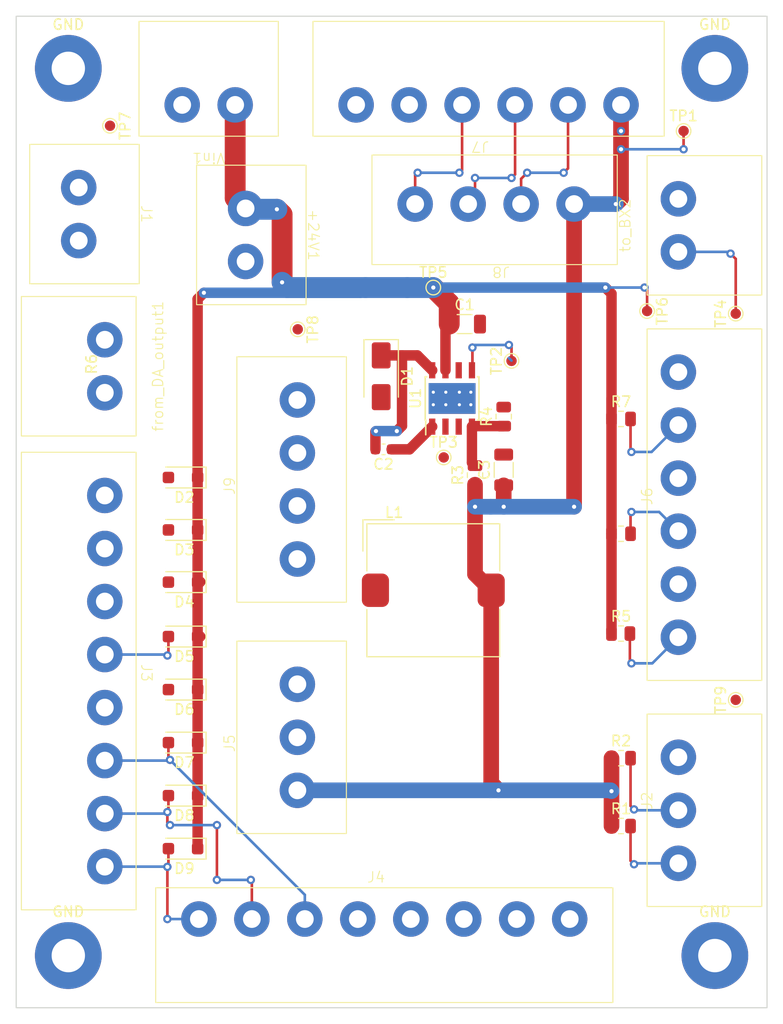
<source format=kicad_pcb>
(kicad_pcb (version 20221018) (generator pcbnew)
  (layers (0 "F.Cu" signal) (31 "B.Cu" signal) (34 "B.Paste" user) (35 "F.Paste" user) (36 "B.SilkS" user "B.Silkscreen") (37 "F.SilkS" user "F.Silkscreen") (38 "B.Mask" user) (39 "F.Mask" user) (44 "Edge.Cuts" user))
  (net 0 "")
  (net 1 "+24V")
  (net 2 "GND")
  (net 3 "Net-(U1-BOOT)")
  (net 4 "Net-(D1-K)")
  (net 5 "+5V")
  (net 6 "Net-(D2-A)")
  (net 7 "Net-(D3-A)")
  (net 8 "Net-(D4-A)")
  (net 9 "Net-(D5-A)")
  (net 10 "Net-(D6-A)")
  (net 11 "Net-(D7-A)")
  (net 12 "Net-(D8-A)")
  (net 13 "Net-(from_DA_output1-Pin_1)")
  (net 14 "Net-(from_DA_output1-Pin_2)")
  (net 15 "Net-(J2-Pin_1)")
  (net 16 "Net-(J2-Pin_2)")
  (net 17 "Net-(J6-Pin_1)")
  (net 18 "Net-(J6-Pin_3)")
  (net 19 "Net-(J6-Pin_5)")
  (net 20 "Net-(J7-Pin_2)")
  (net 21 "Net-(J7-Pin_3)")
  (net 22 "Net-(J7-Pin_4)")
  (net 23 "Earth")
  (net 24 "Net-(U1-VSENSE)")
  (net 25 "Net-(U1-EN)")
  (net 28 "Net-(D9-A)")
  (footprint "Resistor_SMD:R_0805_2012Metric" (layer "F.Cu") (at 108 127.5875)
    (fp_text reference "R1" (at 0 -1.65) (layer "F.SilkS"))
    (fp_text value "470")
    (fp_line (start -0.227064 -0.735) (end 0.227064 -0.735) (stroke (width 0.12)) (layer "F.SilkS"))
    (fp_line (start -0.227064 0.735) (end 0.227064 0.735) (stroke (width 0.12)) (layer "F.SilkS"))
    (pad "1" smd roundrect (at -0.9125 0) (size 1.025 1.4) (layers "F.Cu" "F.Paste" "F.Mask") (roundrect_rratio 0.243902) (net 5 "+5V"))
    (pad "2" smd roundrect (at 0.9125 0) (size 1.025 1.4) (layers "F.Cu" "F.Paste" "F.Mask") (roundrect_rratio 0.243902) (net 15 "Net-(J2-Pin_1)"))
  )
  (footprint "00_RSPro:conn_8971238_2V" (layer "F.Cu") (at 56 66.42 -90)
    (fp_text reference "J1" (at 2.54 -6.5 -90 unlocked) (layer "F.SilkS") (effects (font (thickness 0.1))))
    (fp_text value "GND")
    (fp_rect (start -4.14 -5.8) (end 9.22 4.7) (stroke (width 0.1)) (fill none) (layer "F.SilkS"))
    (pad "1" thru_hole circle (at 0 0 270) (size 3.4 3.4) (drill 1.7) (layers "*.Cu" "*.Mask") (net 2 "GND"))
    (pad "2" thru_hole circle (at 5.08 0 270) (size 3.4 3.4) (drill 1.7) (layers "*.Cu" "*.Mask") (net 2 "GND"))
  )
  (footprint "Diode_SMD:D_SMA" (layer "F.Cu") (at 85 84.5 -90)
    (fp_text reference "D1" (at 0 -2.5 90) (layer "F.SilkS"))
    (fp_text value "B340")
    (fp_line (start -3.51 -1.65) (end -3.51 1.65) (stroke (width 0.12)) (layer "F.SilkS"))
    (fp_line (start -3.51 -1.65) (end 2 -1.65) (stroke (width 0.12)) (layer "F.SilkS"))
    (fp_line (start -3.51 1.65) (end 2 1.65) (stroke (width 0.12)) (layer "F.SilkS"))
    (pad "1" smd roundrect (at -2 0 270) (size 2.5 1.8) (layers "F.Cu" "F.Paste" "F.Mask") (roundrect_rratio 0.1388888889) (net 4 "Net-(D1-K)"))
    (pad "2" smd roundrect (at 2 0 270) (size 2.5 1.8) (layers "F.Cu" "F.Paste" "F.Mask") (roundrect_rratio 0.1388888889) (net 2 "GND"))
  )
  (footprint "TestPoint:TestPoint_Pad_D1.0mm" (layer "F.Cu") (at 119 115.5 90)
    (fp_text reference "TP9" (at 0 -1.448 90) (layer "F.SilkS"))
    (fp_text value "GND")
    (fp_circle (center 0 0) (end 0 0.7) (stroke (width 0.12)) (fill none) (layer "F.SilkS"))
    (pad "1" smd circle (at 0 0 90) (size 1 1) (layers "F.Cu" "F.Mask") (net 2 "GND"))
  )
  (footprint "TestPoint:TestPoint_Pad_D1.0mm" (layer "F.Cu") (at 77 80 -90)
    (fp_text reference "TP8" (at 0 -1.448 90) (layer "F.SilkS"))
    (fp_text value "GND")
    (fp_circle (center 0 0) (end 0 0.7) (stroke (width 0.12)) (fill none) (layer "F.SilkS"))
    (pad "1" smd circle (at 0 0 270) (size 1 1) (layers "F.Cu" "F.Mask") (net 2 "GND"))
  )
  (footprint "MountingHole:MountingHole_3.2mm_M3_Pad" (layer "F.Cu") (at 55 55)
    (fp_text reference "GND" (at 0 -4.2) (layer "F.SilkS"))
    (fp_text value "GND")
    (pad "1" thru_hole circle (at 0 0) (size 6.4 6.4) (drill 3.2) (layers "*.Cu" "*.Mask"))
  )
  (footprint "Diode_SMD:D_SOD-123F" (layer "F.Cu") (at 66 124.676 180)
    (fp_text reference "D8" (at -0.127 -1.905) (layer "F.SilkS"))
    (fp_text value "D")
    (fp_line (start -2.21 -1) (end -2.21 1) (stroke (width 0.12)) (layer "F.SilkS"))
    (fp_line (start -2.21 -1) (end 1.65 -1) (stroke (width 0.12)) (layer "F.SilkS"))
    (fp_line (start -2.21 1) (end 1.65 1) (stroke (width 0.12)) (layer "F.SilkS"))
    (pad "1" smd roundrect (at -1.4 0 180) (size 1.1 1.1) (layers "F.Cu" "F.Paste" "F.Mask") (roundrect_rratio 0.2272727273) (net 1 "+24V"))
    (pad "2" smd roundrect (at 1.4 0 180) (size 1.1 1.1) (layers "F.Cu" "F.Paste" "F.Mask") (roundrect_rratio 0.2272727273) (net 12 "Net-(D8-A)"))
  )
  (footprint "00_RSPro:conn_8971240_4V" (layer "F.Cu") (at 76.966 102.008 90)
    (fp_text reference "J9" (at 7 -6.5 90 unlocked) (layer "F.SilkS") (effects (font (thickness 0.1))))
    (fp_text value "From FIT DO")
    (fp_rect (start -4.14 -5.8) (end 19.38 4.7) (stroke (width 0.1)) (fill none) (layer "F.SilkS"))
    (pad "1" thru_hole circle (at 0 0 90) (size 3.4 3.4) (drill 1.7) (layers "*.Cu" "*.Mask") (net 17 "Net-(J6-Pin_1)"))
    (pad "2" thru_hole circle (at 5.08 0 90) (size 3.4 3.4) (drill 1.7) (layers "*.Cu" "*.Mask") (net 18 "Net-(J6-Pin_3)"))
    (pad "3" thru_hole circle (at 10.16 0 90) (size 3.4 3.4) (drill 1.7) (layers "*.Cu" "*.Mask") (net 19 "Net-(J6-Pin_5)"))
    (pad "4" thru_hole circle (at 15.24 0 90) (size 3.4 3.4) (drill 1.7) (layers "*.Cu" "*.Mask") (net 2 "GND"))
  )
  (footprint "00_RSPro:conn_8971238_2V" (layer "F.Cu") (at 72 68.42 -90)
    (fp_text reference "+24V1" (at 2.54 -6.5 -90 unlocked) (layer "F.SilkS") (effects (font (thickness 0.1))))
    (fp_text value "To MX2 Vin CN1")
    (fp_rect (start -4.14 -5.8) (end 9.22 4.7) (stroke (width 0.1)) (fill none) (layer "F.SilkS"))
    (pad "1" thru_hole circle (at 0 0 270) (size 3.4 3.4) (drill 1.7) (layers "*.Cu" "*.Mask") (net 1 "+24V"))
    (pad "2" thru_hole circle (at 5.08 0 270) (size 3.4 3.4) (drill 1.7) (layers "*.Cu" "*.Mask") (net 2 "GND"))
  )
  (footprint "Resistor_SMD:R_0805_2012Metric" (layer "F.Cu") (at 96.75 88.3625 90)
    (fp_text reference "R4" (at 0 -1.65 90) (layer "F.SilkS"))
    (fp_text value "3.9k")
    (fp_line (start -0.227064 -0.735) (end 0.227064 -0.735) (stroke (width 0.12)) (layer "F.SilkS"))
    (fp_line (start -0.227064 0.735) (end 0.227064 0.735) (stroke (width 0.12)) (layer "F.SilkS"))
    (pad "1" smd roundrect (at -0.9125 0 90) (size 1.025 1.4) (layers "F.Cu" "F.Paste" "F.Mask") (roundrect_rratio 0.243902) (net 24 "Net-(U1-VSENSE)"))
    (pad "2" smd roundrect (at 0.9125 0 90) (size 1.025 1.4) (layers "F.Cu" "F.Paste" "F.Mask") (roundrect_rratio 0.243902) (net 2 "GND"))
  )
  (footprint "Inductor_SMD:L_TDK_SLF12575" (layer "F.Cu") (at 90 105)
    (fp_text reference "L1" (at -3.75 -7.45) (layer "F.SilkS"))
    (fp_text value "33uH")
    (fp_line (start -6.75 -6.75) (end -3.75 -6.75) (stroke (width 0.12)) (layer "F.SilkS"))
    (fp_line (start -6.75 -3.75) (end -6.75 -6.75) (stroke (width 0.12)) (layer "F.SilkS"))
    (fp_line (start -6.37 -6.37) (end -6.37 -1.85) (stroke (width 0.12)) (layer "F.SilkS"))
    (fp_line (start -6.37 -6.37) (end 6.37 -6.37) (stroke (width 0.12)) (layer "F.SilkS"))
    (fp_line (start -6.37 1.85) (end -6.37 6.37) (stroke (width 0.12)) (layer "F.SilkS"))
    (fp_line (start -6.37 6.37) (end 6.37 6.37) (stroke (width 0.12)) (layer "F.SilkS"))
    (fp_line (start 6.37 -6.37) (end 6.37 -1.85) (stroke (width 0.12)) (layer "F.SilkS"))
    (fp_line (start 6.37 1.85) (end 6.37 6.37) (stroke (width 0.12)) (layer "F.SilkS"))
    (pad "1" smd roundrect (at -5.55 0) (size 2.6 3.2) (layers "F.Cu" "F.Paste" "F.Mask") (net 4 "Net-(D1-K)"))
    (pad "2" smd roundrect (at 5.55 0) (size 2.6 3.2) (layers "F.Cu" "F.Paste" "F.Mask") (net 5 "+5V"))
  )
  (footprint "Diode_SMD:D_SOD-123F" (layer "F.Cu") (at 66 99.222 180)
    (fp_text reference "D3" (at -0.127 -1.905) (layer "F.SilkS"))
    (fp_text value "D")
    (fp_line (start -2.21 -1) (end -2.21 1) (stroke (width 0.12)) (layer "F.SilkS"))
    (fp_line (start -2.21 -1) (end 1.65 -1) (stroke (width 0.12)) (layer "F.SilkS"))
    (fp_line (start -2.21 1) (end 1.65 1) (stroke (width 0.12)) (layer "F.SilkS"))
    (pad "1" smd roundrect (at -1.4 0 180) (size 1.1 1.1) (layers "F.Cu" "F.Paste" "F.Mask") (roundrect_rratio 0.2272727273) (net 1 "+24V"))
    (pad "2" smd roundrect (at 1.4 0 180) (size 1.1 1.1) (layers "F.Cu" "F.Paste" "F.Mask") (roundrect_rratio 0.2272727273) (net 7 "Net-(D3-A)"))
  )
  (footprint "TestPoint:TestPoint_Pad_D1.0mm" (layer "F.Cu") (at 90 76)
    (fp_text reference "TP5" (at 0 -1.448) (layer "F.SilkS"))
    (fp_text value "24V")
    (fp_circle (center 0 0) (end 0 0.7) (stroke (width 0.12)) (fill none) (layer "F.SilkS"))
    (pad "1" smd circle (at 0 0) (size 1 1) (layers "F.Cu" "F.Mask") (net 1 "+24V"))
  )
  (footprint "Diode_SMD:D_SOD-123F" (layer "F.Cu") (at 66 114.516 180)
    (fp_text reference "D6" (at -0.127 -1.905) (layer "F.SilkS"))
    (fp_text value "D")
    (fp_line (start -2.21 -1) (end -2.21 1) (stroke (width 0.12)) (layer "F.SilkS"))
    (fp_line (start -2.21 -1) (end 1.65 -1) (stroke (width 0.12)) (layer "F.SilkS"))
    (fp_line (start -2.21 1) (end 1.65 1) (stroke (width 0.12)) (layer "F.SilkS"))
    (pad "1" smd roundrect (at -1.4 0 180) (size 1.1 1.1) (layers "F.Cu" "F.Paste" "F.Mask") (roundrect_rratio 0.2272727273) (net 1 "+24V"))
    (pad "2" smd roundrect (at 1.4 0 180) (size 1.1 1.1) (layers "F.Cu" "F.Paste" "F.Mask") (roundrect_rratio 0.2272727273) (net 10 "Net-(D6-A)"))
  )
  (footprint "Resistor_SMD:R_0805_2012Metric" (layer "F.Cu") (at 108 88.5875)
    (fp_text reference "R7" (at 0 -1.65) (layer "F.SilkS"))
    (fp_text value "470")
    (fp_line (start -0.227064 -0.735) (end 0.227064 -0.735) (stroke (width 0.12)) (layer "F.SilkS"))
    (fp_line (start -0.227064 0.735) (end 0.227064 0.735) (stroke (width 0.12)) (layer "F.SilkS"))
    (pad "1" smd roundrect (at -0.9125 0) (size 1.025 1.4) (layers "F.Cu" "F.Paste" "F.Mask") (roundrect_rratio 0.243902) (net 1 "+24V"))
    (pad "2" smd roundrect (at 0.9125 0) (size 1.025 1.4) (layers "F.Cu" "F.Paste" "F.Mask") (roundrect_rratio 0.243902) (net 19 "Net-(J6-Pin_5)"))
  )
  (footprint "Diode_SMD:D_SOD-123F" (layer "F.Cu") (at 66 104.222 180)
    (fp_text reference "D4" (at -0.127 -1.905) (layer "F.SilkS"))
    (fp_text value "D")
    (fp_line (start -2.21 -1) (end -2.21 1) (stroke (width 0.12)) (layer "F.SilkS"))
    (fp_line (start -2.21 -1) (end 1.65 -1) (stroke (width 0.12)) (layer "F.SilkS"))
    (fp_line (start -2.21 1) (end 1.65 1) (stroke (width 0.12)) (layer "F.SilkS"))
    (pad "1" smd roundrect (at -1.4 0 180) (size 1.1 1.1) (layers "F.Cu" "F.Paste" "F.Mask") (roundrect_rratio 0.2272727273) (net 1 "+24V"))
    (pad "2" smd roundrect (at 1.4 0 180) (size 1.1 1.1) (layers "F.Cu" "F.Paste" "F.Mask") (roundrect_rratio 0.2272727273) (net 8 "Net-(D4-A)"))
  )
  (footprint "00_RSPro:conn_8971266_3H" (layer "F.Cu") (at 113.5 131.16 90)
    (fp_text reference "J2" (at 6 -3 90 unlocked) (layer "F.SilkS") (effects (font (thickness 0.1))))
    (fp_text value "TO MX2 enc")
    (fp_rect (start -4.14 -3) (end 14.3 8) (stroke (width 0.1)) (fill none) (layer "F.SilkS"))
    (pad "1" thru_hole circle (at 0 0 90) (size 3.4 3.4) (drill 1.7) (layers "*.Cu" "*.Mask") (net 15 "Net-(J2-Pin_1)"))
    (pad "2" thru_hole circle (at 5.08 0 90) (size 3.4 3.4) (drill 1.7) (layers "*.Cu" "*.Mask") (net 16 "Net-(J2-Pin_2)"))
    (pad "3" thru_hole circle (at 10.16 0 90) (size 3.4 3.4) (drill 1.7) (layers "*.Cu" "*.Mask") (net 2 "GND"))
  )
  (footprint "Resistor_SMD:R_0805_2012Metric" (layer "F.Cu") (at 108 99.5875)
    (fp_text reference "R6" (at -50.77 -16.2505 90) (layer "F.SilkS"))
    (fp_text value "470")
    (fp_line (start -0.227064 -0.735) (end 0.227064 -0.735) (stroke (width 0.12)) (layer "F.SilkS"))
    (fp_line (start -0.227064 0.735) (end 0.227064 0.735) (stroke (width 0.12)) (layer "F.SilkS"))
    (pad "1" smd roundrect (at -0.9125 0) (size 1.025 1.4) (layers "F.Cu" "F.Paste" "F.Mask") (roundrect_rratio 0.243902) (net 1 "+24V"))
    (pad "2" smd roundrect (at 0.9125 0) (size 1.025 1.4) (layers "F.Cu" "F.Paste" "F.Mask") (roundrect_rratio 0.243902) (net 18 "Net-(J6-Pin_3)"))
  )
  (footprint "TestPoint:TestPoint_Pad_D1.0mm" (layer "F.Cu") (at 59 60.5 -90)
    (fp_text reference "TP7" (at 0 -1.448 90) (layer "F.SilkS"))
    (fp_text value "GND")
    (fp_circle (center 0 0) (end 0 0.7) (stroke (width 0.12)) (fill none) (layer "F.SilkS"))
    (pad "1" smd circle (at 0 0 270) (size 1 1) (layers "F.Cu" "F.Mask") (net 2 "GND"))
  )
  (footprint "Diode_SMD:D_SOD-123F" (layer "F.Cu") (at 66 129.756 180)
    (fp_text reference "D9" (at -0.127 -1.905) (layer "F.SilkS"))
    (fp_text value "D")
    (fp_line (start -2.21 -1) (end -2.21 1) (stroke (width 0.12)) (layer "F.SilkS"))
    (fp_line (start -2.21 -1) (end 1.65 -1) (stroke (width 0.12)) (layer "F.SilkS"))
    (fp_line (start -2.21 1) (end 1.65 1) (stroke (width 0.12)) (layer "F.SilkS"))
    (pad "1" smd roundrect (at -1.4 0 180) (size 1.1 1.1) (layers "F.Cu" "F.Paste" "F.Mask") (roundrect_rratio 0.2272727273) (net 1 "+24V"))
    (pad "2" smd roundrect (at 1.4 0 180) (size 1.1 1.1) (layers "F.Cu" "F.Paste" "F.Mask") (roundrect_rratio 0.2272727273) (net 28 "Net-(D9-A)"))
  )
  (footprint "TestPoint:TestPoint_Pad_D1.0mm" (layer "F.Cu") (at 97.5 83.025 90)
    (fp_text reference "TP2" (at 0 -1.448 90) (layer "F.SilkS"))
    (fp_text value "DCDC-ENABLE")
    (fp_circle (center 0 0) (end 0 0.7) (stroke (width 0.12)) (fill none) (layer "F.SilkS"))
    (pad "1" smd circle (at 0 0 90) (size 1 1) (layers "F.Cu" "F.Mask") (net 25 "Net-(U1-EN)"))
  )
  (footprint "00_RSPro:conn_8971262_2H" (layer "F.Cu") (at 71 58.5 180)
    (fp_text reference "Vin1" (at 2.54 -5.1 180 unlocked) (layer "F.SilkS") (effects (font (thickness 0.1))))
    (fp_text value "Vin +24V")
    (fp_rect (start -4.14 -3) (end 9.22 8) (stroke (width 0.1)) (fill none) (layer "F.SilkS"))
    (pad "1" thru_hole circle (at 0 0 180) (size 3.4 3.4) (drill 1.7) (layers "*.Cu" "*.Mask") (net 1 "+24V"))
    (pad "2" thru_hole circle (at 5.08 0 180) (size 3.4 3.4) (drill 1.7) (layers "*.Cu" "*.Mask") (net 2 "GND"))
  )
  (footprint "Package_SO:TI_SO-PowerPAD-8_ThermalVias" (layer "F.Cu") (at 91.8 86.625 90)
    (fp_text reference "U1" (at 0 -3.5 90) (layer "F.SilkS"))
    (fp_text value "TPS5430DDA")
    (fp_line (start -2.075 -2.575) (end -2.075 -2.525) (stroke (width 0.15)) (layer "F.SilkS"))
    (fp_line (start -2.075 -2.575) (end 2.075 -2.575) (stroke (width 0.15)) (layer "F.SilkS"))
    (fp_line (start -2.075 -2.525) (end -3.475 -2.525) (stroke (width 0.15)) (layer "F.SilkS"))
    (fp_line (start -2.075 2.575) (end -2.075 2.43) (stroke (width 0.15)) (layer "F.SilkS"))
    (fp_line (start -2.075 2.575) (end 2.075 2.575) (stroke (width 0.15)) (layer "F.SilkS"))
    (fp_line (start 2.075 -2.575) (end 2.075 -2.43) (stroke (width 0.15)) (layer "F.SilkS"))
    (fp_line (start 2.075 2.575) (end 2.075 2.43) (stroke (width 0.15)) (layer "F.SilkS"))
    (pad "1" smd rect (at -2.7 -1.905 90) (size 1.55 0.6) (layers "F.Cu" "F.Paste" "F.Mask") (net 3 "Net-(U1-BOOT)"))
    (pad "2" smd rect (at -2.7 -0.635 90) (size 1.55 0.6) (layers "F.Cu" "F.Paste" "F.Mask"))
    (pad "3" smd rect (at -2.7 0.635 90) (size 1.55 0.6) (layers "F.Cu" "F.Paste" "F.Mask"))
    (pad "4" smd rect (at -2.7 1.905 90) (size 1.55 0.6) (layers "F.Cu" "F.Paste" "F.Mask") (net 24 "Net-(U1-VSENSE)"))
    (pad "5" smd rect (at 2.7 1.905 90) (size 1.55 0.6) (layers "F.Cu" "F.Paste" "F.Mask") (net 25 "Net-(U1-EN)"))
    (pad "6" smd rect (at 2.7 0.635 90) (size 1.55 0.6) (layers "F.Cu" "F.Paste" "F.Mask") (net 2 "GND"))
    (pad "7" smd rect (at 2.7 -0.635 90) (size 1.55 0.6) (layers "F.Cu" "F.Paste" "F.Mask") (net 1 "+24V"))
    (pad "8" smd rect (at 2.7 -1.905 90) (size 1.55 0.6) (layers "F.Cu" "F.Paste" "F.Mask") (net 4 "Net-(D1-K)"))
    (pad "9" thru_hole circle (at -0.6 -1.8 90) (size 0.6 0.6) (drill 0.3) (layers "*.Cu") (net 2 "GND"))
    (pad "9" thru_hole circle (at -0.6 -0.6 90) (size 0.6 0.6) (drill 0.3) (layers "*.Cu") (net 2 "GND"))
    (pad "9" thru_hole circle (at -0.6 0.7 90) (size 0.6 0.6) (drill 0.3) (layers "*.Cu") (net 2 "GND"))
    (pad "9" thru_hole circle (at -0.6 1.8 90) (size 0.6 0.6) (drill 0.3) (layers "*.Cu") (net 2 "GND"))
    (pad "9" smd rect (at 0 0 90) (size 2.6 3.1) (layers "F.Cu" "F.Paste" "F.Mask") (net 2 "GND"))
    (pad "9" smd rect (at 0 0 90) (size 2.95 4.5) (layers "F.Cu") (net 2 "GND"))
    (pad "9" smd rect (at 0 0 90) (size 2.95 4.5) (layers "B.Cu") (net 2 "GND"))
    (pad "9" thru_hole circle (at 0.6 -1.8 90) (size 0.6 0.6) (drill 0.3) (layers "*.Cu") (net 2 "GND"))
    (pad "9" thru_hole circle (at 0.6 -0.6 90) (size 0.6 0.6) (drill 0.3) (layers "*.Cu") (net 2 "GND"))
    (pad "9" thru_hole circle (at 0.6 0.7 90) (size 0.6 0.6) (drill 0.3) (layers "*.Cu") (net 2 "GND"))
    (pad "9" thru_hole circle (at 0.6 1.8 90) (size 0.6 0.6) (drill 0.3) (layers "*.Cu") (net 2 "GND"))
  )
  (footprint "TestPoint:TestPoint_Pad_D1.0mm" (layer "F.Cu") (at 91 92.275)
    (fp_text reference "TP3" (at 0 -1.448) (layer "F.SilkS"))
    (fp_text value "DCDC pin4")
    (fp_circle (center 0 0) (end 0 0.7) (stroke (width 0.12)) (fill none) (layer "F.SilkS"))
    (pad "1" smd circle (at 0 0) (size 1 1) (layers "F.Cu" "F.Mask") (net 24 "Net-(U1-VSENSE)"))
  )
  (footprint "Capacitor_SMD:C_0603_1608Metric" (layer "F.Cu") (at 85.225 91.5 180)
    (fp_text reference "C2" (at 0 -1.43) (layer "F.SilkS"))
    (fp_text value "0.01uF")
    (fp_line (start -0.14058 -0.51) (end 0.14058 -0.51) (stroke (width 0.12)) (layer "F.SilkS"))
    (fp_line (start -0.14058 0.51) (end 0.14058 0.51) (stroke (width 0.12)) (layer "F.SilkS"))
    (pad "1" smd roundrect (at -0.775 0 180) (size 0.9 0.95) (layers "F.Cu" "F.Paste" "F.Mask") (net 3 "Net-(U1-BOOT)"))
    (pad "2" smd roundrect (at 0.775 0 180) (size 0.9 0.95) (layers "F.Cu" "F.Paste" "F.Mask") (net 4 "Net-(D1-K)"))
  )
  (footprint "Diode_SMD:D_SOD-123F" (layer "F.Cu") (at 66 119.596 180)
    (fp_text reference "D7" (at -0.127 -1.905) (layer "F.SilkS"))
    (fp_text value "D")
    (fp_line (start -2.21 -1) (end -2.21 1) (stroke (width 0.12)) (layer "F.SilkS"))
    (fp_line (start -2.21 -1) (end 1.65 -1) (stroke (width 0.12)) (layer "F.SilkS"))
    (fp_line (start -2.21 1) (end 1.65 1) (stroke (width 0.12)) (layer "F.SilkS"))
    (pad "1" smd roundrect (at -1.4 0 180) (size 1.1 1.1) (layers "F.Cu" "F.Paste" "F.Mask") (roundrect_rratio 0.2272727273) (net 1 "+24V"))
    (pad "2" smd roundrect (at 1.4 0 180) (size 1.1 1.1) (layers "F.Cu" "F.Paste" "F.Mask") (roundrect_rratio 0.2272727273) (net 11 "Net-(D7-A)"))
  )
  (footprint "00_RSPro:conn_8971247_3V" (layer "F.Cu") (at 76.966 124.168 90)
    (fp_text reference "J5" (at 4.5 -6.5 90 unlocked) (layer "F.SilkS") (effects (font (thickness 0.1))))
    (fp_text value "FIT CNT(motor MX2)")
    (fp_rect (start -4.14 -5.8) (end 14.3 4.7) (stroke (width 0.1)) (fill none) (layer "F.SilkS"))
    (pad "1" thru_hole circle (at 0 0 90) (size 3.4 3.4) (drill 1.7) (layers "*.Cu" "*.Mask") (net 5 "+5V"))
    (pad "2" thru_hole circle (at 5.08 0 90) (size 3.4 3.4) (drill 1.7) (layers "*.Cu" "*.Mask") (net 15 "Net-(J2-Pin_1)"))
    (pad "3" thru_hole circle (at 10.16 0 90) (size 3.4 3.4) (drill 1.7) (layers "*.Cu" "*.Mask") (net 16 "Net-(J2-Pin_2)"))
  )
  (footprint "Resistor_SMD:R_0805_2012Metric" (layer "F.Cu") (at 94 93.975 90)
    (fp_text reference "R3" (at 0 -1.65 90) (layer "F.SilkS"))
    (fp_text value "12k")
    (fp_line (start -0.227064 -0.735) (end 0.227064 -0.735) (stroke (width 0.12)) (layer "F.SilkS"))
    (fp_line (start -0.227064 0.735) (end 0.227064 0.735) (stroke (width 0.12)) (layer "F.SilkS"))
    (pad "1" smd roundrect (at -0.9125 0 90) (size 1.025 1.4) (layers "F.Cu" "F.Paste" "F.Mask") (roundrect_rratio 0.243902) (net 5 "+5V"))
    (pad "2" smd roundrect (at 0.9125 0 90) (size 1.025 1.4) (layers "F.Cu" "F.Paste" "F.Mask") (roundrect_rratio 0.243902) (net 24 "Net-(U1-VSENSE)"))
  )
  (footprint "Capacitor_SMD:C_1206_3216Metric" (layer "F.Cu") (at 96.75 93.475 90)
    (fp_text reference "C3" (at 0 -1.85 90) (layer "F.SilkS"))
    (fp_text value "100uF")
    (fp_line (start -0.711252 -0.91) (end 0.711252 -0.91) (stroke (width 0.12)) (layer "F.SilkS"))
    (fp_line (start -0.711252 0.91) (end 0.711252 0.91) (stroke (width 0.12)) (layer "F.SilkS"))
    (pad "1" smd roundrect (at -1.475 0 90) (size 1.15 1.8) (layers "F.Cu" "F.Paste" "F.Mask") (roundrect_rratio 0.217391) (net 5 "+5V"))
    (pad "2" smd roundrect (at 1.475 0 90) (size 1.15 1.8) (layers "F.Cu" "F.Paste" "F.Mask") (roundrect_rratio 0.217391) (net 2 "GND"))
  )
  (footprint "00_RSPro:conn_8971284_8H" (layer "F.Cu") (at 67.52 136.5)
    (fp_text reference "J4" (at 17 -4 unlocked) (layer "F.SilkS") (effects (font (thickness 0.1))))
    (fp_text value "To MX2 DCN7")
    (fp_rect (start -4.14 -3) (end 39.7 8) (stroke (width 0.1)) (fill none) (layer "F.SilkS"))
    (pad "1" thru_hole circle (at 0 0) (size 3.4 3.4) (drill 1.7) (layers "*.Cu" "*.Mask") (net 28 "Net-(D9-A)"))
    (pad "2" thru_hole circle (at 5.08 0) (size 3.4 3.4) (drill 1.7) (layers "*.Cu" "*.Mask") (net 12 "Net-(D8-A)"))
    (pad "3" thru_hole circle (at 10.16 0) (size 3.4 3.4) (drill 1.7) (layers "*.Cu" "*.Mask") (net 11 "Net-(D7-A)"))
    (pad "4" thru_hole circle (at 15.24 0) (size 3.4 3.4) (drill 1.7) (layers "*.Cu" "*.Mask") (net 10 "Net-(D6-A)"))
    (pad "5" thru_hole circle (at 20.32 0) (size 3.4 3.4) (drill 1.7) (layers "*.Cu" "*.Mask") (net 9 "Net-(D5-A)"))
    (pad "6" thru_hole circle (at 25.4 0) (size 3.4 3.4) (drill 1.7) (layers "*.Cu" "*.Mask") (net 8 "Net-(D4-A)"))
    (pad "7" thru_hole circle (at 30.48 0) (size 3.4 3.4) (drill 1.7) (layers "*.Cu" "*.Mask") (net 7 "Net-(D3-A)"))
    (pad "8" thru_hole circle (at 35.56 0) (size 3.4 3.4) (drill 1.7) (layers "*.Cu" "*.Mask") (net 6 "Net-(D2-A)"))
  )
  (footprint "MountingHole:MountingHole_3.2mm_M3_Pad" (layer "F.Cu") (at 117 140)
    (fp_text reference "GND" (at 0 -4.2) (layer "F.SilkS"))
    (fp_text value "GND")
    (pad "1" thru_hole circle (at 0 0) (size 6.4 6.4) (drill 3.2) (layers "*.Cu" "*.Mask"))
  )
  (footprint "TestPoint:TestPoint_Pad_D1.0mm" (layer "F.Cu") (at 114 61)
    (fp_text reference "TP1" (at 0 -1.448) (layer "F.SilkS"))
    (fp_text value "DCDC +5Vout")
    (fp_circle (center 0 0) (end 0 0.7) (stroke (width 0.12)) (fill none) (layer "F.SilkS"))
    (pad "1" smd circle (at 0 0) (size 1 1) (layers "F.Cu" "F.Mask") (net 5 "+5V"))
  )
  (footprint "TestPoint:TestPoint_Pad_D1.0mm" (layer "F.Cu") (at 119 78.5 90)
    (fp_text reference "TP4" (at 0 -1.448 90) (layer "F.SilkS"))
    (fp_text value "Ain")
    (fp_circle (center 0 0) (end 0 0.7) (stroke (width 0.12)) (fill none) (layer "F.SilkS"))
    (pad "1" smd circle (at 0 0 90) (size 1 1) (layers "F.Cu" "F.Mask") (net 13 "Net-(from_DA_output1-Pin_1)"))
  )
  (footprint "00_RSPro:conn_8971272_6H" (layer "F.Cu") (at 108 58.5 180)
    (fp_text reference "J7" (at 13.5 -4 180 unlocked) (layer "F.SilkS") (effects (font (thickness 0.1))))
    (fp_text value "To ENC")
    (fp_rect (start -4.14 -3) (end 29.54 8) (stroke (width 0.1)) (fill none) (layer "F.SilkS"))
    (pad "1" thru_hole circle (at 0 0 180) (size 3.4 3.4) (drill 1.7) (layers "*.Cu" "*.Mask") (net 5 "+5V"))
    (pad "2" thru_hole circle (at 5.08 0 180) (size 3.4 3.4) (drill 1.7) (layers "*.Cu" "*.Mask") (net 20 "Net-(J7-Pin_2)"))
    (pad "3" thru_hole circle (at 10.16 0 180) (size 3.4 3.4) (drill 1.7) (layers "*.Cu" "*.Mask") (net 21 "Net-(J7-Pin_3)"))
    (pad "4" thru_hole circle (at 15.24 0 180) (size 3.4 3.4) (drill 1.7) (layers "*.Cu" "*.Mask") (net 22 "Net-(J7-Pin_4)"))
    (pad "5" thru_hole circle (at 20.32 0 180) (size 3.4 3.4) (drill 1.7) (layers "*.Cu" "*.Mask") (net 2 "GND"))
    (pad "6" thru_hole circle (at 25.4 0 180) (size 3.4 3.4) (drill 1.7) (layers "*.Cu" "*.Mask") (net 23 "Earth"))
  )
  (footprint "00_RSPro:conn_8971284_8H" (layer "F.Cu") (at 58.5 95.92 -90)
    (fp_text reference "J3" (at 17 -4 -90 unlocked) (layer "F.SilkS") (effects (font (thickness 0.1))))
    (fp_text value "from FIT DO")
    (fp_rect (start -4.14 -3) (end 39.7 8) (stroke (width 0.1)) (fill none) (layer "F.SilkS"))
    (pad "1" thru_hole circle (at 0 0 270) (size 3.4 3.4) (drill 1.7) (layers "*.Cu" "*.Mask") (net 6 "Net-(D2-A)"))
    (pad "2" thru_hole circle (at 5.08 0 270) (size 3.4 3.4) (drill 1.7) (layers "*.Cu" "*.Mask") (net 7 "Net-(D3-A)"))
    (pad "3" thru_hole circle (at 10.16 0 270) (size 3.4 3.4) (drill 1.7) (layers "*.Cu" "*.Mask") (net 8 "Net-(D4-A)"))
    (pad "4" thru_hole circle (at 15.24 0 270) (size 3.4 3.4) (drill 1.7) (layers "*.Cu" "*.Mask") (net 9 "Net-(D5-A)"))
    (pad "5" thru_hole circle (at 20.32 0 270) (size 3.4 3.4) (drill 1.7) (layers "*.Cu" "*.Mask") (net 10 "Net-(D6-A)"))
    (pad "6" thru_hole circle (at 25.4 0 270) (size 3.4 3.4) (drill 1.7) (layers "*.Cu" "*.Mask") (net 11 "Net-(D7-A)"))
    (pad "7" thru_hole circle (at 30.48 0 270) (size 3.4 3.4) (drill 1.7) (layers "*.Cu" "*.Mask") (net 12 "Net-(D8-A)"))
    (pad "8" thru_hole circle (at 35.56 0 270) (size 3.4 3.4) (drill 1.7) (layers "*.Cu" "*.Mask") (net 28 "Net-(D9-A)"))
  )
  (footprint "Resistor_SMD:R_0805_2012Metric" (layer "F.Cu") (at 108 121.0875)
    (fp_text reference "R2" (at 0 -1.65) (layer "F.SilkS"))
    (fp_text value "470")
    (fp_line (start -0.227064 -0.735) (end 0.227064 -0.735) (stroke (width 0.12)) (layer "F.SilkS"))
    (fp_line (start -0.227064 0.735) (end 0.227064 0.735) (stroke (width 0.12)) (layer "F.SilkS"))
    (pad "1" smd roundrect (at -0.9125 0) (size 1.025 1.4) (layers "F.Cu" "F.Paste" "F.Mask") (roundrect_rratio 0.243902) (net 5 "+5V"))
    (pad "2" smd roundrect (at 0.9125 0) (size 1.025 1.4) (layers "F.Cu" "F.Paste" "F.Mask") (roundrect_rratio 0.243902) (net 16 "Net-(J2-Pin_2)"))
  )
  (footprint "MountingHole:MountingHole_3.2mm_M3_Pad" (layer "F.Cu") (at 55 140)
    (fp_text reference "GND" (at 0 -4.2) (layer "F.SilkS"))
    (fp_text value "GND")
    (pad "1" thru_hole circle (at 0 0) (size 6.4 6.4) (drill 3.2) (layers "*.Cu" "*.Mask"))
  )
  (footprint "Diode_SMD:D_SOD-123F" (layer "F.Cu") (at 66 109.436 180)
    (fp_text reference "D5" (at -0.127 -1.905) (layer "F.SilkS"))
    (fp_text value "D")
    (fp_line (start -2.21 -1) (end -2.21 1) (stroke (width 0.12)) (layer "F.SilkS"))
    (fp_line (start -2.21 -1) (end 1.65 -1) (stroke (width 0.12)) (layer "F.SilkS"))
    (fp_line (start -2.21 1) (end 1.65 1) (stroke (width 0.12)) (layer "F.SilkS"))
    (pad "1" smd roundrect (at -1.4 0 180) (size 1.1 1.1) (layers "F.Cu" "F.Paste" "F.Mask") (roundrect_rratio 0.2272727273) (net 1 "+24V"))
    (pad "2" smd roundrect (at 1.4 0 180) (size 1.1 1.1) (layers "F.Cu" "F.Paste" "F.Mask") (roundrect_rratio 0.2272727273) (net 9 "Net-(D5-A)"))
  )
  (footprint "00_RSPro:conn_8971240_4V" (layer "F.Cu") (at 103.5 68 180)
    (fp_text reference "J8" (at 7 -6.5 180 unlocked) (layer "F.SilkS") (effects (font (thickness 0.1))))
    (fp_text value "FIT CNT")
    (fp_rect (start -4.14 -5.8) (end 19.38 4.7) (stroke (width 0.1)) (fill none) (layer "F.SilkS"))
    (pad "1" thru_hole circle (at 0 0 180) (size 3.4 3.4) (drill 1.7) (layers "*.Cu" "*.Mask") (net 5 "+5V"))
    (pad "2" thru_hole circle (at 5.08 0 180) (size 3.4 3.4) (drill 1.7) (layers "*.Cu" "*.Mask") (net 20 "Net-(J7-Pin_2)"))
    (pad "3" thru_hole circle (at 10.16 0 180) (size 3.4 3.4) (drill 1.7) (layers "*.Cu" "*.Mask") (net 21 "Net-(J7-Pin_3)"))
    (pad "4" thru_hole circle (at 15.24 0 180) (size 3.4 3.4) (drill 1.7) (layers "*.Cu" "*.Mask") (net 22 "Net-(J7-Pin_4)"))
  )
  (footprint "MountingHole:MountingHole_3.2mm_M3_Pad" (layer "F.Cu") (at 117 55)
    (fp_text reference "GND" (at 0 -4.2) (layer "F.SilkS"))
    (fp_text value "GND")
    (pad "1" thru_hole circle (at 0 0) (size 6.4 6.4) (drill 3.2) (layers "*.Cu" "*.Mask"))
  )
  (footprint "Resistor_SMD:R_0805_2012Metric" (layer "F.Cu") (at 108 109.15)
    (fp_text reference "R5" (at 0 -1.65) (layer "F.SilkS"))
    (fp_text value "470")
    (fp_line (start -0.227064 -0.735) (end 0.227064 -0.735) (stroke (width 0.12)) (layer "F.SilkS"))
    (fp_line (start -0.227064 0.735) (end 0.227064 0.735) (stroke (width 0.12)) (layer "F.SilkS"))
    (pad "1" smd roundrect (at -0.9125 0) (size 1.025 1.4) (layers "F.Cu" "F.Paste" "F.Mask") (roundrect_rratio 0.243902) (net 1 "+24V"))
    (pad "2" smd roundrect (at 0.85 0) (size 1.025 1.4) (layers "F.Cu" "F.Paste" "F.Mask") (roundrect_rratio 0.243902) (net 17 "Net-(J6-Pin_1)"))
  )
  (footprint "00_RSPro:conn_8971262_2H" (layer "F.Cu") (at 113.5 72.58 90)
    (fp_text reference "to_BX2" (at 2.54 -5.1 90 unlocked) (layer "F.SilkS") (effects (font (thickness 0.1))))
    (fp_text value "vel input ~5V")
    (fp_rect (start -4.14 -3) (end 9.22 8) (stroke (width 0.1)) (fill none) (layer "F.SilkS"))
    (pad "1" thru_hole circle (at 0 0 90) (size 3.4 3.4) (drill 1.7) (layers "*.Cu" "*.Mask") (net 13 "Net-(from_DA_output1-Pin_1)"))
    (pad "2" thru_hole circle (at 5.08 0 90) (size 3.4 3.4) (drill 1.7) (layers "*.Cu" "*.Mask") (net 14 "Net-(from_DA_output1-Pin_2)"))
  )
  (footprint "TestPoint:TestPoint_Pad_D1.0mm" (layer "F.Cu") (at 110.5 78.25 -90)
    (fp_text reference "TP6" (at 0 -1.448 90) (layer "F.SilkS"))
    (fp_text value "24V")
    (fp_circle (center 0 0) (end 0 0.7) (stroke (width 0.12)) (fill none) (layer "F.SilkS"))
    (pad "1" smd circle (at 0 0 270) (size 1 1) (layers "F.Cu" "F.Mask") (net 1 "+24V"))
  )
  (footprint "00_RSPro:conn_8971262_2H" (layer "F.Cu") (at 54.3 86.08 90)
    (fp_text reference "from_DA_output1" (at 2.54 9.3 90 unlocked) (layer "F.SilkS") (effects (font (thickness 0.1))))
    (fp_text value "From DA")
    (fp_rect (start -4.14 7.2) (end 9.22 -3.8) (stroke (width 0.1)) (fill none) (layer "F.SilkS"))
    (pad "1" thru_hole circle (at 0 4.2 90) (size 3.4 3.4) (drill 1.7) (layers "*.Cu" "*.Mask") (net 13 "Net-(from_DA_output1-Pin_1)"))
    (pad "2" thru_hole circle (at 5.08 4.2 90) (size 3.4 3.4) (drill 1.7) (layers "*.Cu" "*.Mask") (net 14 "Net-(from_DA_output1-Pin_2)"))
  )
  (footprint "Capacitor_SMD:C_1206_3216Metric" (layer "F.Cu") (at 93 79.5)
    (fp_text reference "C1" (at 0 -1.85) (layer "F.SilkS"))
    (fp_text value "10uF")
    (fp_line (start -0.711252 -0.91) (end 0.711252 -0.91) (stroke (width 0.12)) (layer "F.SilkS"))
    (fp_line (start -0.711252 0.91) (end 0.711252 0.91) (stroke (width 0.12)) (layer "F.SilkS"))
    (pad "1" smd roundrect (at -1.475 0) (size 1.15 1.8) (layers "F.Cu" "F.Paste" "F.Mask") (roundrect_rratio 0.217391) (net 1 "+24V"))
    (pad "2" smd roundrect (at 1.475 0) (size 1.15 1.8) (layers "F.Cu" "F.Paste" "F.Mask") (roundrect_rratio 0.217391) (net 2 "GND"))
  )
  (footprint "Diode_SMD:D_SOD-123F" (layer "F.Cu") (at 66 94.196 180)
    (fp_text reference "D2" (at -0.127 -1.905) (layer "F.SilkS"))
    (fp_text value "D")
    (fp_line (start -2.21 -1) (end -2.21 1) (stroke (width 0.12)) (layer "F.SilkS"))
    (fp_line (start -2.21 -1) (end 1.65 -1) (stroke (width 0.12)) (layer "F.SilkS"))
    (fp_line (start -2.21 1) (end 1.65 1) (stroke (width 0.12)) (layer "F.SilkS"))
    (pad "1" smd roundrect (at -1.4 0 180) (size 1.1 1.1) (layers "F.Cu" "F.Paste" "F.Mask") (roundrect_rratio 0.2272727273) (net 1 "+24V"))
    (pad "2" smd roundrect (at 1.4 0 180) (size 1.1 1.1) (layers "F.Cu" "F.Paste" "F.Mask") (roundrect_rratio 0.2272727273) (net 6 "Net-(D2-A)"))
  )
  (footprint "00_RSPro:conn_8971272_6H" (layer "F.Cu") (at 113.5 109.5 90)
    (fp_text reference "J6" (at 13.5 -3 90 unlocked) (layer "F.SilkS") (effects (font (thickness 0.1))))
    (fp_text value "TO MX2 DI")
    (fp_rect (start -4.14 -3) (end 29.54 8) (stroke (width 0.1)) (fill none) (layer "F.SilkS"))
    (pad "1" thru_hole circle (at 0 0 90) (size 3.4 3.4) (drill 1.7) (layers "*.Cu" "*.Mask") (net 17 "Net-(J6-Pin_1)"))
    (pad "2" thru_hole circle (at 5.08 0 90) (size 3.4 3.4) (drill 1.7) (layers "*.Cu" "*.Mask") (net 2 "GND"))
    (pad "3" thru_hole circle (at 10.16 0 90) (size 3.4 3.4) (drill 1.7) (layers "*.Cu" "*.Mask") (net 18 "Net-(J6-Pin_3)"))
    (pad "4" thru_hole circle (at 15.24 0 90) (size 3.4 3.4) (drill 1.7) (layers "*.Cu" "*.Mask") (net 2 "GND"))
    (pad "5" thru_hole circle (at 20.32 0 90) (size 3.4 3.4) (drill 1.7) (layers "*.Cu" "*.Mask") (net 19 "Net-(J6-Pin_5)"))
    (pad "6" thru_hole circle (at 25.4 0 90) (size 3.4 3.4) (drill 1.7) (layers "*.Cu" "*.Mask") (net 2 "GND"))
  )
  (gr_rect (start 50 50) (end 122 145) (stroke (width 0.1)) (fill none) (layer "Edge.Cuts"))
  (segment (start 67.4 114.516) (end 67.4 119.596) (width 1) (layer "F.Cu") (net 1))
  (segment (start 67.4 94.196) (end 67.4 99.222) (width 1) (layer "F.Cu") (net 1))
  (segment (start 67.4 109.436) (end 67.4 114.028) (width 1) (layer "F.Cu") (net 1))
  (segment (start 67.4 77.1) (end 68 76.5) (width 1) (layer "F.Cu") (net 1))
  (segment (start 91.165 79.86) (end 91.525 79.5) (width 1) (layer "F.Cu") (net 1))
  (segment (start 107.0875 76.5875) (end 106.5 76) (width 1) (layer "F.Cu") (net 1))
  (segment (start 67.656 104.2) (end 67.634 104.222) (width 1) (layer "F.Cu") (net 1))
  (segment (start 107.0875 88.5875) (end 107.0875 99.5875) (width 1) (layer "F.Cu") (net 1))
  (segment (start 67.634 109.414) (end 67.656 109.436) (width 1) (layer "F.Cu") (net 1))
  (segment (start 110.5 78.25) (end 110.5 76.25) (width 0.25) (layer "F.Cu") (net 1))
  (segment (start 107.0875 99.5875) (end 107.0875 109.15) (width 1) (layer "F.Cu") (net 1))
  (segment (start 71 58.5) (end 71 67.42) (width 2) (layer "F.Cu") (net 1))
  (segment (start 91.525 77.525) (end 90 76) (width 2) (layer "F.Cu") (net 1))
  (segment (start 67.4 104.222) (end 67.4 109.436) (width 1) (layer "F.Cu") (net 1))
  (segment (start 67.4 124.676) (end 67.4 129.756) (width 1) (layer "F.Cu") (net 1))
  (segment (start 67.4 94.196) (end 67.4 77.1) (width 1) (layer "F.Cu") (net 1))
  (segment (start 71 67.42) (end 72 68.42) (width 2) (layer "F.Cu") (net 1))
  (segment (start 91.165 83.925) (end 91.165 79.86) (width 1) (layer "F.Cu") (net 1))
  (segment (start 75.5 75.5) (end 75.5 69) (width 2) (layer "F.Cu") (net 1))
  (segment (start 67.4 99.222) (end 67.4 104.222) (width 1) (layer "F.Cu") (net 1))
  (segment (start 107.0875 88.5875) (end 107.0875 86.5875) (width 1) (layer "F.Cu") (net 1))
  (segment (start 75.5 69) (end 75 68.5) (width 2) (layer "F.Cu") (net 1))
  (segment (start 91.525 79.5) (end 91.525 77.525) (width 2) (layer "F.Cu") (net 1))
  (segment (start 107.0875 88.5875) (end 107.0875 76.5875) (width 1) (layer "F.Cu") (net 1))
  (segment (start 67.4 119.596) (end 67.4 124.676) (width 1) (layer "F.Cu") (net 1))
  (segment (start 110.5 76.25) (end 110.25 76) (width 0.25) (layer "F.Cu") (net 1))
  (via (at 106.5 76) (size 0.8) (drill 0.4) (layers "F.Cu" "B.Cu") (net 1))
  (via (at 75.5 75.5) (size 0.8) (drill 0.4) (layers "F.Cu" "B.Cu") (net 1))
  (via (at 90 76) (size 0.8) (drill 0.4) (layers "F.Cu" "B.Cu") (net 1))
  (via (at 68 76.5) (size 0.8) (drill 0.4) (layers "F.Cu" "B.Cu") (net 1))
  (via (at 75 68.5) (size 0.8) (drill 0.4) (layers "F.Cu" "B.Cu") (net 1))
  (via (at 110.25 76) (size 0.8) (drill 0.4) (layers "F.Cu" "B.Cu") (net 1))
  (segment (start 106.5 76) (end 87.5 76) (width 1) (layer "B.Cu") (net 1))
  (segment (start 110.25 76) (end 106.5 76) (width 0.25) (layer "B.Cu") (net 1))
  (segment (start 90 76) (end 87.5 76) (width 2) (layer "B.Cu") (net 1))
  (segment (start 76 76) (end 75.5 75.5) (width 2) (layer "B.Cu") (net 1))
  (segment (start 83.5 76) (end 76 76) (width 2) (layer "B.Cu") (net 1))
  (segment (start 68 76.5) (end 83 76.5) (width 1) (layer "B.Cu") (net 1))
  (segment (start 75 68.5) (end 72.08 68.5) (width 2) (layer "B.Cu") (net 1))
  (segment (start 83 76.5) (end 83.5 76) (width 1) (layer "B.Cu") (net 1))
  (segment (start 87.5 76) (end 83.5 76) (width 2) (layer "B.Cu") (net 1))
  (segment (start 72.08 68.5) (end 72 68.42) (width 2) (layer "B.Cu") (net 1))
  (segment (start 87.72 91.5) (end 89.895 89.325) (width 1) (layer "F.Cu") (net 3))
  (segment (start 86 91.5) (end 87.72 91.5) (width 1) (layer "F.Cu") (net 3))
  (segment (start 84.45 89.8) (end 84.5 89.75) (width 1) (layer "F.Cu") (net 4))
  (segment (start 86.5 89.75) (end 87 89.25) (width 1) (layer "F.Cu") (net 4))
  (segment (start 89.895 83.925) (end 88.47 82.5) (width 1) (layer "F.Cu") (net 4))
  (segment (start 87 82.5) (end 88.47 82.5) (width 1) (layer "F.Cu") (net 4))
  (segment (start 85 82.5) (end 87 82.5) (width 1) (layer "F.Cu") (net 4))
  (segment (start 84.45 91.5) (end 84.45 89.8) (width 1) (layer "F.Cu") (net 4))
  (segment (start 87 89.25) (end 87 82.5) (width 1) (layer "F.Cu") (net 4))
  (via (at 86.5 89.75) (size 0.8) (drill 0.4) (layers "F.Cu" "B.Cu") (net 4))
  (via (at 84.5 89.75) (size 0.8) (drill 0.4) (layers "F.Cu" "B.Cu") (net 4))
  (segment (start 84.5 89.75) (end 86.5 89.75) (width 1) (layer "B.Cu") (net 4))
  (segment (start 95.55 105) (end 95.55 123.468) (width 1.5) (layer "F.Cu") (net 5))
  (segment (start 94 97) (end 94 103.45) (width 1.5) (layer "F.Cu") (net 5))
  (segment (start 107.0875 124.25) (end 107.0875 127.5875) (width 1.5) (layer "F.Cu") (net 5))
  (segment (start 108 67.5) (end 107.5 68) (width 1.5) (layer "F.Cu") (net 5))
  (segment (start 108 62.75) (end 108 67.5) (width 1.5) (layer "F.Cu") (net 5))
  (segment (start 94 97) (end 94 94.8875) (width 1.5) (layer "F.Cu") (net 5))
  (segment (start 94 103.45) (end 95.55 105) (width 1.5) (layer "F.Cu") (net 5))
  (segment (start 95.55 123.468) (end 96.25 124.168) (width 1.5) (layer "F.Cu") (net 5))
  (segment (start 103.5 68) (end 103.5 97) (width 1.5) (layer "F.Cu") (net 5))
  (segment (start 96.75 94.95) (end 96.75 97) (width 1.5) (layer "F.Cu") (net 5))
  (segment (start 108 61) (end 108 62.75) (width 1.5) (layer "F.Cu") (net 5))
  (segment (start 107.0875 121.0875) (end 107.0875 124.25) (width 1.5) (layer "F.Cu") (net 5))
  (segment (start 108 58.5) (end 108 61) (width 1.5) (layer "F.Cu") (net 5))
  (segment (start 114 61) (end 114 62.75) (width 0.25) (layer "F.Cu") (net 5))
  (via (at 108 62.75) (size 0.8) (drill 0.4) (layers "F.Cu" "B.Cu") (net 5))
  (via (at 96.75 97) (size 0.8) (drill 0.4) (layers "F.Cu" "B.Cu") (net 5))
  (via (at 94 97) (size 0.8) (drill 0.4) (layers "F.Cu" "B.Cu") (net 5))
  (via (at 107.0875 124.25) (size 0.8) (drill 0.4) (layers "F.Cu" "B.Cu") (net 5))
  (via (at 103.5 97) (size 0.8) (drill 0.4) (layers "F.Cu" "B.Cu") (net 5))
  (via (at 108 61) (size 0.8) (drill 0.4) (layers "F.Cu" "B.Cu") (net 5))
  (via (at 96.25 124.168) (size 0.8) (drill 0.4) (layers "F.Cu" "B.Cu") (net 5))
  (via (at 114 62.75) (size 0.8) (drill 0.4) (layers "F.Cu" "B.Cu") (net 5))
  (via (at 107.5 68) (size 0.8) (drill 0.4) (layers "F.Cu" "B.Cu") (net 5))
  (segment (start 96.25 124.168) (end 107.0055 124.168) (width 1.5) (layer "B.Cu") (net 5))
  (segment (start 76.966 124.168) (end 95.5 124.168) (width 1.5) (layer "B.Cu") (net 5))
  (segment (start 114 62.75) (end 108 62.75) (width 0.25) (layer "B.Cu") (net 5))
  (segment (start 96.75 97) (end 95.5 97) (width 1.5) (layer "B.Cu") (net 5))
  (segment (start 103.5 97) (end 96.75 97) (width 1.5) (layer "B.Cu") (net 5))
  (segment (start 107.5 68) (end 103.5 68) (width 1.5) (layer "B.Cu") (net 5))
  (segment (start 107.0055 124.168) (end 107.0875 124.25) (width 1.5) (layer "B.Cu") (net 5))
  (segment (start 95.5 97) (end 94 97) (width 1.5) (layer "B.Cu") (net 5))
  (segment (start 95.5 124.168) (end 96.25 124.168) (width 1.5) (layer "B.Cu") (net 5))
  (segment (start 64.6 111.15) (end 64.5 111.25) (width 0.25) (layer "F.Cu") (net 9))
  (segment (start 64.6 109.436) (end 64.6 111.15) (width 0.25) (layer "F.Cu") (net 9))
  (via (at 64.5 111.25) (size 0.8) (drill 0.4) (layers "F.Cu" "B.Cu") (net 9))
  (segment (start 64.41 111.16) (end 58.5 111.16) (width 0.25) (layer "B.Cu") (net 9))
  (segment (start 64.5 111.25) (end 64.41 111.16) (width 0.25) (layer "B.Cu") (net 9))
  (segment (start 64.6 121.1) (end 64.75 121.25) (width 0.25) (layer "F.Cu") (net 11))
  (segment (start 64.6 119.596) (end 64.6 121.1) (width 0.25) (layer "F.Cu") (net 11))
  (via (at 64.75 121.25) (size 0.8) (drill 0.4) (layers "F.Cu" "B.Cu") (net 11))
  (segment (start 64.75 121.25) (end 77.68 134.18) (width 0.25) (layer "B.Cu") (net 11))
  (segment (start 77.68 134.18) (end 77.68 136.5) (width 0.25) (layer "B.Cu") (net 11))
  (segment (start 64.68 121.32) (end 58.5 121.32) (width 0.25) (layer "B.Cu") (net 11))
  (segment (start 64.75 121.25) (end 64.68 121.32) (width 0.25) (layer "B.Cu") (net 11))
  (segment (start 64.5 126.25) (end 64.5 127.25) (width 0.25) (layer "F.Cu") (net 12))
  (segment (start 69.25 127.5) (end 69.25 132.75) (width 0.25) (layer "F.Cu") (net 12))
  (segment (start 72.5 132.75) (end 72.6 132.85) (width 0.25) (layer "F.Cu") (net 12))
  (segment (start 64.6 126.15) (end 64.5 126.25) (width 0.25) (layer "F.Cu") (net 12))
  (segment (start 64.6 124.676) (end 64.6 126.15) (width 0.25) (layer "F.Cu") (net 12))
  (segment (start 72.6 132.85) (end 72.6 136.5) (width 0.25) (layer "F.Cu") (net 12))
  (segment (start 64.5 127.25) (end 64.75 127.5) (width 0.25) (layer "F.Cu") (net 12))
  (via (at 69.25 132.75) (size 0.8) (drill 0.4) (layers "F.Cu" "B.Cu") (net 12))
  (via (at 64.75 127.5) (size 0.8) (drill 0.4) (layers "F.Cu" "B.Cu") (net 12))
  (via (at 64.5 126.25) (size 0.8) (drill 0.4) (layers "F.Cu" "B.Cu") (net 12))
  (via (at 72.5 132.75) (size 0.8) (drill 0.4) (layers "F.Cu" "B.Cu") (net 12))
  (via (at 69.25 127.5) (size 0.8) (drill 0.4) (layers "F.Cu" "B.Cu") (net 12))
  (segment (start 69.25 132.75) (end 72.5 132.75) (width 0.25) (layer "B.Cu") (net 12))
  (segment (start 64.75 127.5) (end 69.25 127.5) (width 0.25) (layer "B.Cu") (net 12))
  (segment (start 64.35 126.4) (end 58.5 126.4) (width 0.25) (layer "B.Cu") (net 12))
  (segment (start 64.5 126.25) (end 64.35 126.4) (width 0.25) (layer "B.Cu") (net 12))
  (segment (start 119 78.5) (end 119 73.25) (width 0.25) (layer "F.Cu") (net 13))
  (segment (start 119 73.25) (end 118.5 72.75) (width 0.25) (layer "F.Cu") (net 13))
  (via (at 118.5 72.75) (size 0.8) (drill 0.4) (layers "F.Cu" "B.Cu") (net 13))
  (segment (start 118.33 72.58) (end 113.5 72.58) (width 0.25) (layer "B.Cu") (net 13))
  (segment (start 118.5 72.75) (end 118.33 72.58) (width 0.25) (layer "B.Cu") (net 13))
  (segment (start 108.9125 127.5875) (end 108.9125 130.9125) (width 0.25) (layer "F.Cu") (net 15))
  (segment (start 108.9125 130.9125) (end 109.25 131.25) (width 0.25) (layer "F.Cu") (net 15))
  (via (at 109.25 131.25) (size 0.8) (drill 0.4) (layers "F.Cu" "B.Cu") (net 15))
  (segment (start 109.34 131.16) (end 113.5 131.16) (width 0.25) (layer "B.Cu") (net 15))
  (segment (start 109.25 131.25) (end 109.34 131.16) (width 0.25) (layer "B.Cu") (net 15))
  (segment (start 108.9125 121.0875) (end 108.9125 125.6625) (width 0.25) (layer "F.Cu") (net 16))
  (segment (start 108.9125 125.6625) (end 109.25 126) (width 0.25) (layer "F.Cu") (net 16))
  (via (at 109.25 126) (size 0.8) (drill 0.4) (layers "F.Cu" "B.Cu") (net 16))
  (segment (start 109.33 126.08) (end 113.5 126.08) (width 0.25) (layer "B.Cu") (net 16))
  (segment (start 109.25 126) (end 109.33 126.08) (width 0.25) (layer "B.Cu") (net 16))
  (segment (start 108.85 111.85) (end 109 112) (width 0.25) (layer "F.Cu") (net 17))
  (segment (start 108.85 109.15) (end 108.85 111.85) (width 0.25) (layer "F.Cu") (net 17))
  (via (at 109 112) (size 0.8) (drill 0.4) (layers "F.Cu" "B.Cu") (net 17))
  (segment (start 109 112) (end 111 112) (width 0.25) (layer "B.Cu") (net 17))
  (segment (start 111 112) (end 113.5 109.5) (width 0.25) (layer "B.Cu") (net 17))
  (segment (start 108.9125 97.5875) (end 109 97.5) (width 0.25) (layer "F.Cu") (net 18))
  (segment (start 108.9125 99.5875) (end 108.9125 97.5875) (width 0.25) (layer "F.Cu") (net 18))
  (via (at 109 97.5) (size 0.8) (drill 0.4) (layers "F.Cu" "B.Cu") (net 18))
  (segment (start 111.66 97.5) (end 113.5 99.34) (width 0.25) (layer "B.Cu") (net 18))
  (segment (start 109 97.5) (end 111.66 97.5) (width 0.25) (layer "B.Cu") (net 18))
  (segment (start 108.9125 88.5875) (end 108.9125 91.6625) (width 0.25) (layer "F.Cu") (net 19))
  (segment (start 108.9125 91.6625) (end 109 91.75) (width 0.25) (layer "F.Cu") (net 19))
  (via (at 109 91.75) (size 0.8) (drill 0.4) (layers "F.Cu" "B.Cu") (net 19))
  (segment (start 110.93 91.75) (end 113.5 89.18) (width 0.25) (layer "B.Cu") (net 19))
  (segment (start 109 91.75) (end 110.93 91.75) (width 0.25) (layer "B.Cu") (net 19))
  (segment (start 99 65) (end 98.42 65.58) (width 0.25) (layer "F.Cu") (net 20))
  (segment (start 98.42 65.58) (end 98.42 68) (width 0.25) (layer "F.Cu") (net 20))
  (segment (start 102.92 64.58) (end 102.5 65) (width 0.25) (layer "F.Cu") (net 20))
  (segment (start 102.92 58.5) (end 102.92 64.58) (width 0.25) (layer "F.Cu") (net 20))
  (via (at 102.5 65) (size 0.8) (drill 0.4) (layers "F.Cu" "B.Cu") (net 20))
  (via (at 99 65) (size 0.8) (drill 0.4) (layers "F.Cu" "B.Cu") (net 20))
  (segment (start 102.5 65) (end 99 65) (width 0.25) (layer "B.Cu") (net 20))
  (segment (start 94 67.34) (end 93.34 68) (width 0.25) (layer "F.Cu") (net 21))
  (segment (start 97.84 65.16) (end 97.5 65.5) (width 0.25) (layer "F.Cu") (net 21))
  (segment (start 97.84 58.5) (end 97.84 65.16) (width 0.25) (layer "F.Cu") (net 21))
  (segment (start 94 65.5) (end 94 67.34) (width 0.25) (layer "F.Cu") (net 21))
  (via (at 97.5 65.5) (size 0.8) (drill 0.4) (layers "F.Cu" "B.Cu") (net 21))
  (via (at 94 65.5) (size 0.8) (drill 0.4) (layers "F.Cu" "B.Cu") (net 21))
  (segment (start 97.5 65.5) (end 94 65.5) (width 0.25) (layer "B.Cu") (net 21))
  (segment (start 88.5 65) (end 88.26 65.24) (width 0.25) (layer "F.Cu") (net 22))
  (segment (start 92.76 64.74) (end 92.5 65) (width 0.25) (layer "F.Cu") (net 22))
  (segment (start 92.76 58.5) (end 92.76 64.74) (width 0.25) (layer "F.Cu") (net 22))
  (segment (start 88.26 65.24) (end 88.26 68) (width 0.25) (layer "F.Cu") (net 22))
  (via (at 92.5 65) (size 0.8) (drill 0.4) (layers "F.Cu" "B.Cu") (net 22))
  (via (at 88.5 65) (size 0.8) (drill 0.4) (layers "F.Cu" "B.Cu") (net 22))
  (segment (start 92.5 65) (end 88.5 65) (width 0.25) (layer "B.Cu") (net 22))
  (segment (start 93.755 89.275) (end 93.705 89.325) (width 1) (layer "F.Cu") (net 24))
  (segment (start 96.75 89.275) (end 93.755 89.275) (width 1) (layer "F.Cu") (net 24))
  (segment (start 93.705 89.325) (end 93.705 92.7675) (width 1) (layer "F.Cu") (net 24))
  (segment (start 93.705 92.7675) (end 94 93.0625) (width 1) (layer "F.Cu") (net 24))
  (segment (start 93.75 81.75) (end 93.75 83.88) (width 0.25) (layer "F.Cu") (net 25))
  (segment (start 97.5 81.75) (end 97.25 81.5) (width 0.25) (layer "F.Cu") (net 25))
  (segment (start 93.75 83.88) (end 93.705 83.925) (width 0.25) (layer "F.Cu") (net 25))
  (segment (start 97.5 83.025) (end 97.5 81.75) (width 0.25) (layer "F.Cu") (net 25))
  (segment (start 93.705 83.925) (end 93.705 83.295) (width 0.25) (layer "F.Cu") (net 25))
  (via (at 93.75 81.75) (size 0.8) (drill 0.4) (layers "F.Cu" "B.Cu") (net 25))
  (via (at 97.25 81.5) (size 0.8) (drill 0.4) (layers "F.Cu" "B.Cu") (net 25))
  (segment (start 97.25 81.5) (end 94 81.5) (width 0.25) (layer "B.Cu") (net 25))
  (segment (start 94 81.5) (end 93.75 81.75) (width 0.25) (layer "B.Cu") (net 25))
  (segment (start 97.25 82.75) (end 97.5 83) (width 0.25) (layer "B.Cu") (net 25))
  (segment (start 64.6 129.756) (end 64.6 131.4) (width 0.25) (layer "F.Cu") (net 28))
  (segment (start 64.5 131.5) (end 64.5 136.5) (width 0.25) (layer "F.Cu") (net 28))
  (segment (start 64.6 131.4) (end 64.5 131.5) (width 0.25) (layer "F.Cu") (net 28))
  (via (at 64.5 136.5) (size 0.8) (drill 0.4) (layers "F.Cu" "B.Cu") (net 28))
  (via (at 64.5 131.5) (size 0.8) (drill 0.4) (layers "F.Cu" "B.Cu") (net 28))
  (segment (start 64.5 131.5) (end 64.48 131.48) (width 0.25) (layer "B.Cu") (net 28))
  (segment (start 64.48 131.48) (end 58.5 131.48) (width 0.25) (layer "B.Cu") (net 28))
  (segment (start 64.5 136.5) (end 67.52 136.5) (width 0.25) (layer "B.Cu") (net 28))
)
</source>
